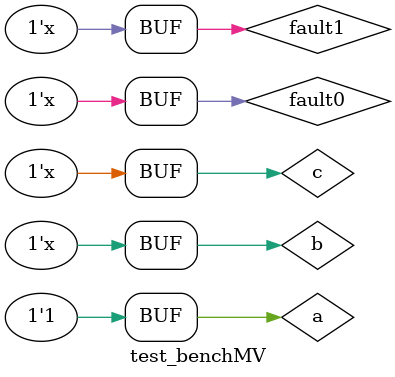
<source format=v>
module test_benchMV;
reg a,b,c,fault1,fault0;
wire out;


MajorityVoter MV (
	.A (a),
	.B (b),
	.C (c),
	.out(out),
	.fault1(fault1),
	.fault0(fault0)
	);
initial  
begin     
	a = 0;     
 	b = 0;
	c = 0;
 	fault1 = 0;
	fault0 = 0;
end     
always
begin
     #5 a = !a;
     #1 a =1'bz;
     #1 a= 1'b1;
end
always
     #10 b = !b;
always
     #20 c = !c;
always
     #40 fault1 = !fault1;
always
     #80 fault0 = !fault0;

endmodule





</source>
